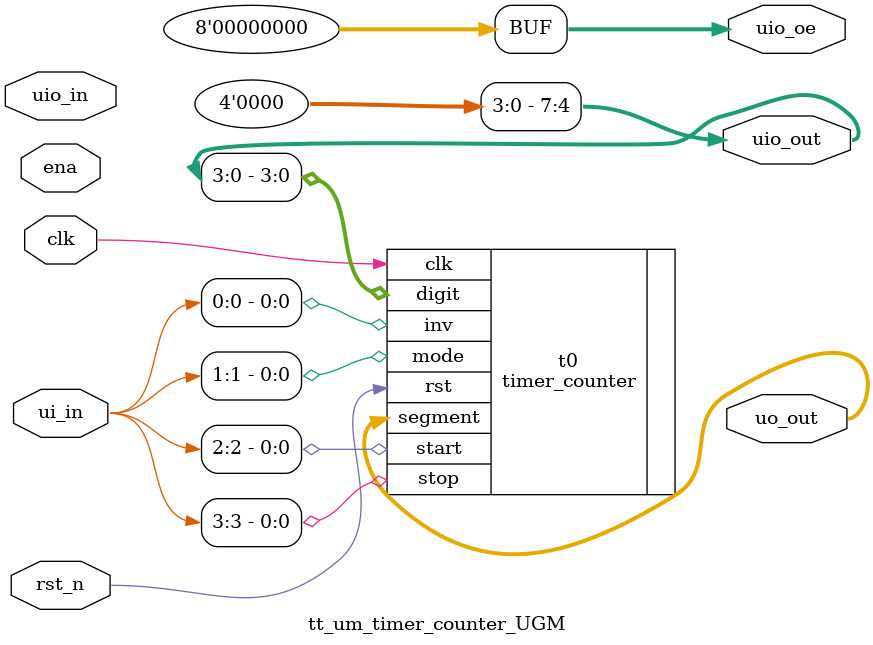
<source format=v>
`default_nettype none

module tt_um_timer_counter_UGM (
    input wire [7:0] ui_in, // Dedicated inputs - connected to the 8-bit ADC parallel output
    output wire [7:0] uo_out, // Dedicated outputs - connected to adc convStart, adc rd_cs, and synchronous rectifier high and low
    input  wire [7:0] uio_in,   // IOs: Bidirectional Input path - one input connected to adc busy signal
    output wire [7:0] uio_out,  // IOs: Bidirectional Output path
    output wire [7:0] uio_oe,   // IOs: Bidirectional Enable path (active high: 0=input, 1=output)
    input  wire       ena,      // will go high when the design is enabled
    input  wire       clk,      // clock
    input  wire       rst_n     // reset_n - low to reset
);
    
    assign uio_oe = {8{1'b0}};
    assign uio_out[7:4] = {4{1'b0}};
    // assign uo_out = {8{1'b0}};

    timer_counter t0(
        .clk(clk), .inv(ui_in[0]), .rst(rst_n),
        .mode(ui_in[1]), .start(ui_in[2]), .stop(ui_in[3]),
        .segment(uo_out), .digit(uio_out[3:0])
    );

endmodule




</source>
